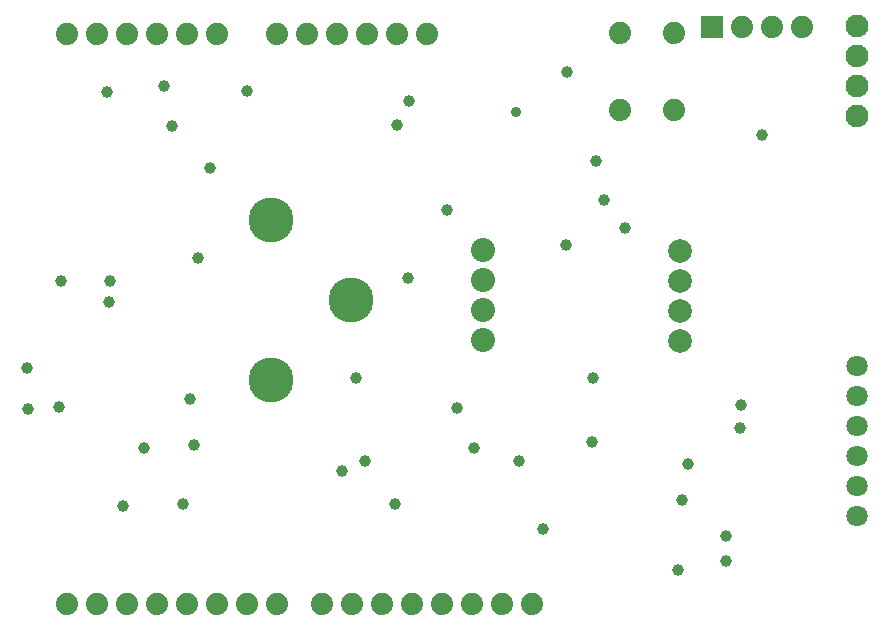
<source format=gbr>
G04 #@! TF.GenerationSoftware,KiCad,Pcbnew,(5.0.0)*
G04 #@! TF.CreationDate,2020-02-21T08:35:06-08:00*
G04 #@! TF.ProjectId,spirometer_v1_2psensors,737069726F6D657465725F76315F3270,rev?*
G04 #@! TF.SameCoordinates,Original*
G04 #@! TF.FileFunction,Copper,L2,Inr,Signal*
G04 #@! TF.FilePolarity,Positive*
%FSLAX46Y46*%
G04 Gerber Fmt 4.6, Leading zero omitted, Abs format (unit mm)*
G04 Created by KiCad (PCBNEW (5.0.0)) date 02/21/20 08:35:06*
%MOMM*%
%LPD*%
G01*
G04 APERTURE LIST*
G04 #@! TA.AperFunction,ViaPad*
%ADD10C,1.879600*%
G04 #@! TD*
G04 #@! TA.AperFunction,ViaPad*
%ADD11R,1.879600X1.879600*%
G04 #@! TD*
G04 #@! TA.AperFunction,ViaPad*
%ADD12C,3.816000*%
G04 #@! TD*
G04 #@! TA.AperFunction,ViaPad*
%ADD13C,1.800000*%
G04 #@! TD*
G04 #@! TA.AperFunction,ViaPad*
%ADD14C,2.032000*%
G04 #@! TD*
G04 #@! TA.AperFunction,ViaPad*
%ADD15C,2.000000*%
G04 #@! TD*
G04 #@! TA.AperFunction,ViaPad*
%ADD16C,1.930400*%
G04 #@! TD*
G04 #@! TA.AperFunction,ViaPad*
%ADD17C,1.006400*%
G04 #@! TD*
G04 #@! TA.AperFunction,ViaPad*
%ADD18C,0.914400*%
G04 #@! TD*
G04 APERTURE END LIST*
D10*
G04 #@! TO.N,Net-(U1-PadAREF)*
G04 #@! TO.C,U1*
X155001100Y-129073600D03*
G04 #@! TO.N,GND*
X152461100Y-129073600D03*
G04 #@! TO.N,Net-(U1-PadD13)*
X149921100Y-129073600D03*
G04 #@! TO.N,Net-(U1-PadD12)*
X147381100Y-129073600D03*
G04 #@! TO.N,Net-(U1-PadD11)*
X144841100Y-129073600D03*
G04 #@! TO.N,Net-(U1-PadD10)*
X142301100Y-129073600D03*
G04 #@! TO.N,Net-(U1-PadD9)*
X139761100Y-129073600D03*
G04 #@! TO.N,Net-(U1-PadD8)*
X137221100Y-129073600D03*
G04 #@! TO.N,Net-(U1-PadD7)*
X133411100Y-129073600D03*
G04 #@! TO.N,Net-(R21-Pad1)*
X130871100Y-129073600D03*
G04 #@! TO.N,Net-(R20-Pad1)*
X128331100Y-129073600D03*
G04 #@! TO.N,Net-(U1-PadD4)*
X125791100Y-129073600D03*
G04 #@! TO.N,Net-(R19-Pad1)*
X123251100Y-129073600D03*
G04 #@! TO.N,Net-(U1-PadD2)*
X120711100Y-129073600D03*
G04 #@! TO.N,Net-(U1-PadTX)*
X118171100Y-129073600D03*
G04 #@! TO.N,Net-(U1-PadRX)*
X115631100Y-129073600D03*
G04 #@! TO.N,Net-(U1-PadA5)*
X115631100Y-80813600D03*
G04 #@! TO.N,/OUT_PRES2*
X118171100Y-80813600D03*
G04 #@! TO.N,/OUT_PRES*
X120711100Y-80813600D03*
G04 #@! TO.N,/OUT_O2*
X123251100Y-80813600D03*
G04 #@! TO.N,/OUT_CO*
X125791100Y-80813600D03*
G04 #@! TO.N,/OUT_NO*
X128331100Y-80813600D03*
G04 #@! TO.N,/VIN*
X133411100Y-80813600D03*
G04 #@! TO.N,GND*
X135951100Y-80813600D03*
X138491100Y-80813600D03*
G04 #@! TO.N,/5V*
X141031100Y-80813600D03*
G04 #@! TO.N,Net-(U1-Pad3.3V)*
X143571100Y-80813600D03*
G04 #@! TO.N,Net-(RESET1-Pad3)*
X146111100Y-80813600D03*
G04 #@! TD*
G04 #@! TO.N,GND*
G04 #@! TO.C,JP1*
X177871100Y-80253600D03*
G04 #@! TO.N,/9V*
X175331100Y-80253600D03*
G04 #@! TO.N,/6V*
X172791100Y-80253600D03*
D11*
G04 #@! TO.N,/-6V*
X170251100Y-80253600D03*
G04 #@! TD*
D10*
G04 #@! TO.N,N/C*
G04 #@! TO.C,RESET1*
X167011700Y-80752400D03*
G04 #@! TO.N,Net-(RESET1-Pad3)*
X167011700Y-87254800D03*
G04 #@! TO.N,N/C*
X162490500Y-80752400D03*
G04 #@! TO.N,GND*
X162490500Y-87254800D03*
G04 #@! TD*
D12*
G04 #@! TO.N,Net-(R1-Pad1)*
G04 #@! TO.C,U$4*
X132923100Y-96585600D03*
G04 #@! TO.N,GND*
X139673100Y-103335600D03*
G04 #@! TO.N,N/C*
X132923100Y-110085600D03*
G04 #@! TD*
D13*
G04 #@! TO.N,Net-(U$11-Pad6)*
G04 #@! TO.C,U$11*
X182501100Y-108903600D03*
G04 #@! TO.N,Net-(U$11-Pad5)*
X182501100Y-111443600D03*
G04 #@! TO.N,Net-(U$11-Pad4)*
X182501100Y-113983600D03*
G04 #@! TO.N,/5V*
X182501100Y-116523600D03*
G04 #@! TO.N,GND*
X182501100Y-119063600D03*
G04 #@! TO.N,/OUT_PRES*
X182501100Y-121603600D03*
G04 #@! TD*
D14*
G04 #@! TO.N,Net-(C5-Pad2)*
G04 #@! TO.C,U$12*
X150841100Y-106768600D03*
G04 #@! TO.N,Net-(R7-Pad1)*
X150841100Y-101688600D03*
G04 #@! TO.N,N/C*
X150841100Y-104228600D03*
G04 #@! TO.N,Net-(R4-Pad2)*
X150841100Y-99148600D03*
G04 #@! TD*
D15*
G04 #@! TO.N,Net-(C11-Pad2)*
G04 #@! TO.C,U$2*
X167571100Y-106813600D03*
G04 #@! TO.N,Net-(R16-Pad1)*
X167571100Y-104273600D03*
G04 #@! TO.N,N/C*
X167571100Y-101733600D03*
G04 #@! TO.N,Net-(R15-Pad2)*
X167571100Y-99193600D03*
G04 #@! TD*
D16*
G04 #@! TO.N,GND*
G04 #@! TO.C,U$3*
X182501100Y-87793600D03*
G04 #@! TO.N,/OUT_PRES2*
X182501100Y-85253600D03*
G04 #@! TO.N,/5V*
X182501100Y-82713600D03*
G04 #@! TO.N,Net-(U$3-PadP$1)*
X182501100Y-80173600D03*
G04 #@! TD*
D17*
G04 #@! TO.N,GND*
X119181100Y-103472800D03*
X112272300Y-109060800D03*
X120349500Y-120795600D03*
X140110700Y-109975200D03*
X148695900Y-112464400D03*
X153928300Y-116985600D03*
X172622700Y-114140800D03*
X130865100Y-85642000D03*
X127715500Y-92144400D03*
X174502300Y-89401200D03*
X140872700Y-116985600D03*
X119028700Y-85692800D03*
X160430700Y-91534800D03*
X122178300Y-115868000D03*
X144555700Y-101517000D03*
X157916100Y-98672200D03*
G04 #@! TO.N,/6V*
X157941500Y-84067200D03*
X147832300Y-95751200D03*
X125499500Y-120611600D03*
X167745900Y-120247600D03*
X143412700Y-120643200D03*
X112323100Y-112591400D03*
X115155200Y-101707500D03*
G04 #@! TO.N,/-6V*
X138891500Y-117849200D03*
X155960300Y-122773600D03*
X114964700Y-112413600D03*
X160125900Y-115360000D03*
X160151300Y-109975200D03*
X162869100Y-97249800D03*
G04 #@! TO.N,/VIN*
X144581100Y-86505600D03*
G04 #@! TO.N,/OUT_O2*
X126039100Y-111753200D03*
G04 #@! TO.N,Net-(C5-Pad2)*
X150079500Y-115914800D03*
X126394700Y-115614000D03*
G04 #@! TO.N,Net-(R7-Pad1)*
X124515100Y-88639200D03*
G04 #@! TO.N,Net-(R16-Pad1)*
X161091100Y-94887600D03*
G04 #@! TO.N,Net-(R19-Pad1)*
X171403500Y-123335600D03*
G04 #@! TO.N,Net-(R20-Pad1)*
X171454300Y-125469200D03*
G04 #@! TO.N,Net-(R21-Pad1)*
X167339500Y-126180400D03*
G04 #@! TO.N,/OUT_PRES*
X123854700Y-85261000D03*
D18*
G04 #@! TO.N,/5V*
X153674300Y-87420000D03*
D17*
X143565100Y-88486800D03*
G04 #@! TO.N,/OUT_PRES2*
X172751100Y-112253600D03*
X168251100Y-117253600D03*
X126751100Y-99753600D03*
X119251100Y-101753600D03*
G04 #@! TD*
M02*

</source>
